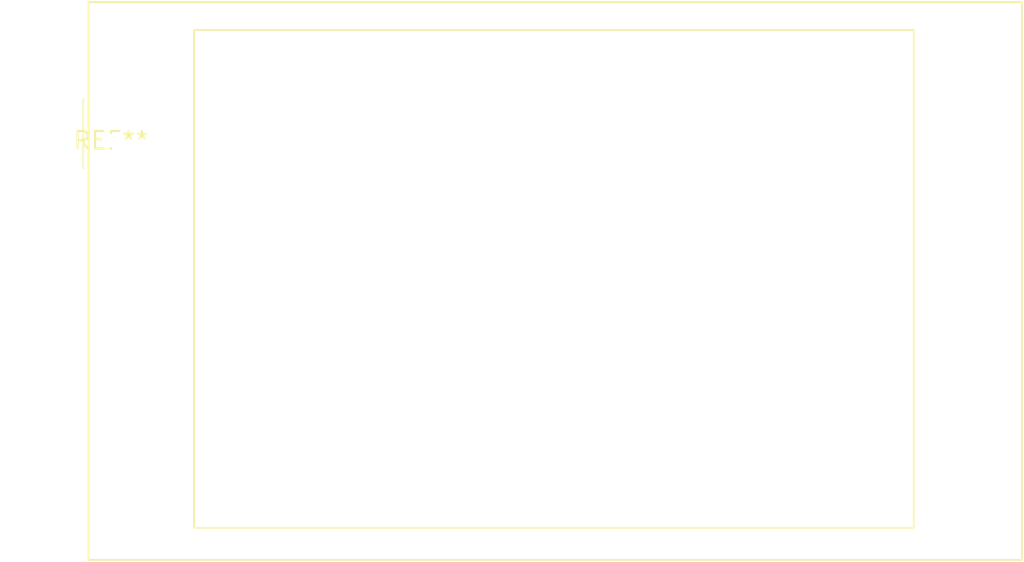
<source format=kicad_pcb>
(kicad_pcb (version 20240108) (generator pcbnew)
  (layers (0 "F.Cu" signal) (31 "B.Cu" signal) (34 "B.Paste" user) (35 "F.Paste" user) (36 "B.SilkS" user "B.Silkscreen") (37 "F.SilkS" user "F.Silkscreen") (38 "B.Mask" user) (39 "F.Mask" user) (44 "Edge.Cuts" user))
  (net 0 "")
  (footprint "CR2013-MI2120" (layer "F.Cu") (at 0 0)
    (property "Reference" "REF**")
    (property "Value" "CR2013-MI2120")
    (fp_line (start -2 -3) (end -2 2) (layer "F.SilkS") (stroke (width 0.12)))
    (fp_line (start -1.62 -10.01) (end 65.82 -10.01) (layer "F.SilkS") (stroke (width 0.12)))
    (fp_line (start -1.62 30.33) (end -1.62 -10.01) (layer "F.SilkS") (stroke (width 0.12)))
    (fp_line (start 6 -8) (end 58 -8) (layer "F.SilkS") (stroke (width 0.12)))
    (fp_line (start 6 28) (end 6 -8) (layer "F.SilkS") (stroke (width 0.12)))
    (fp_line (start 58 -8) (end 58 28) (layer "F.SilkS") (stroke (width 0.12)))
    (fp_line (start 58 28) (end 6 28) (layer "F.SilkS") (stroke (width 0.12)))
    (fp_line (start 65.82 -10.01) (end 65.82 30.33) (layer "F.SilkS") (stroke (width 0.12)))
    (fp_line (start 65.82 30.33) (end -1.62 30.33) (layer "F.SilkS") (stroke (width 0.12)))
    (pad "" thru_hole circle (at 1.5 -6.89) (size 4 4) (drill 2.7) (layers *.Cu *.Mask) (remove_unused_layers))
    (pad "" thru_hole circle (at 1.5 27.21) (size 4 4) (drill 2.7) (layers *.Cu *.Mask) (remove_unused_layers))
    (pad "" thru_hole circle (at 62.7 -6.89) (size 4 4) (drill 2.7) (layers *.Cu *.Mask) (remove_unused_layers))
    (pad "" thru_hole circle (at 62.7 27.21) (size 4 4) (drill 2.7) (layers *.Cu *.Mask) (remove_unused_layers))
    (pad "1" thru_hole rect (at 0 0) (size 1.5 1.5) (drill 1) (layers *.Cu *.Mask) (remove_unused_layers))
    (pad "2" thru_hole circle (at 0 2.54) (size 1.5 1.5) (drill 1) (layers *.Cu *.Mask) (remove_unused_layers))
    (pad "3" thru_hole circle (at 0 5.08) (size 1.5 1.5) (drill 1) (layers *.Cu *.Mask) (remove_unused_layers))
    (pad "4" thru_hole circle (at 0 7.62) (size 1.5 1.5) (drill 1) (layers *.Cu *.Mask) (remove_unused_layers))
    (pad "5" thru_hole circle (at 0 10.16) (size 1.5 1.5) (drill 1) (layers *.Cu *.Mask) (remove_unused_layers))
    (pad "6" thru_hole circle (at 0 12.7) (size 1.5 1.5) (drill 1) (layers *.Cu *.Mask) (remove_unused_layers))
    (pad "7" thru_hole circle (at 0 15.24) (size 1.5 1.5) (drill 1) (layers *.Cu *.Mask) (remove_unused_layers))
    (pad "8" thru_hole circle (at 0 17.78) (size 1.5 1.5) (drill 1) (layers *.Cu *.Mask) (remove_unused_layers))
    (pad "9" thru_hole circle (at 0 20.32) (size 1.5 1.5) (drill 1) (layers *.Cu *.Mask) (remove_unused_layers))
    (pad "10" thru_hole circle (at 63.52 5.08) (size 1.5 1.5) (drill 1) (layers *.Cu *.Mask) (remove_unused_layers))
    (pad "11" thru_hole circle (at 63.52 7.62) (size 1.5 1.5) (drill 1) (layers *.Cu *.Mask) (remove_unused_layers))
    (pad "12" thru_hole circle (at 63.52 10.16) (size 1.5 1.5) (drill 1) (layers *.Cu *.Mask) (remove_unused_layers))
    (pad "13" thru_hole circle (at 63.52 12.7) (size 1.5 1.5) (drill 1) (layers *.Cu *.Mask) (remove_unused_layers))
    (pad "14" thru_hole circle (at 63.52 15.24) (size 1.5 1.5) (drill 1) (layers *.Cu *.Mask) (remove_unused_layers))
  )
)
</source>
